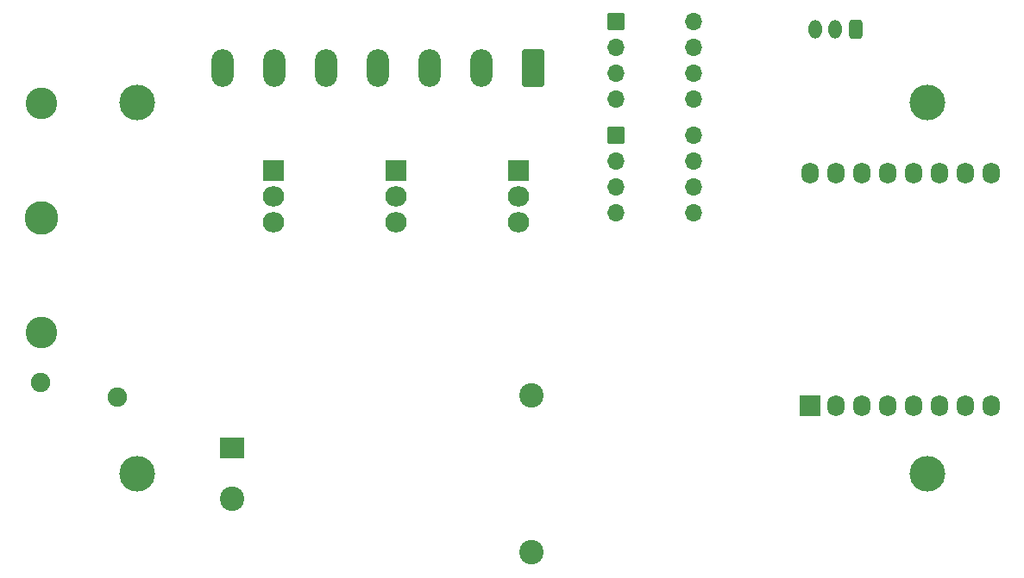
<source format=gbr>
%TF.GenerationSoftware,KiCad,Pcbnew,5.99.0-unknown-r23488-c1ecb425*%
%TF.CreationDate,2020-11-05T19:30:28+01:00*%
%TF.ProjectId,MadPresso,4d616450-7265-4737-936f-2e6b69636164,rev?*%
%TF.SameCoordinates,PXa8e54e0PY549d608*%
%TF.FileFunction,Soldermask,Bot*%
%TF.FilePolarity,Negative*%
%FSLAX46Y46*%
G04 Gerber Fmt 4.6, Leading zero omitted, Abs format (unit mm)*
G04 Created by KiCad (PCBNEW 5.99.0-unknown-r23488-c1ecb425) date 2020-11-05 19:30:28*
%MOMM*%
%LPD*%
G01*
G04 APERTURE LIST*
G04 Aperture macros list*
%AMRoundRect*
0 Rectangle with rounded corners*
0 $1 Rounding radius*
0 $2 $3 $4 $5 $6 $7 $8 $9 X,Y pos of 4 corners*
0 Add a 4 corners polygon primitive as box body*
4,1,4,$2,$3,$4,$5,$6,$7,$8,$9,$2,$3,0*
0 Add four circle primitives for the rounded corners*
1,1,$1+$1,$2,$3,0*
1,1,$1+$1,$4,$5,0*
1,1,$1+$1,$6,$7,0*
1,1,$1+$1,$8,$9,0*
0 Add four rect primitives between the rounded corners*
20,1,$1+$1,$2,$3,$4,$5,0*
20,1,$1+$1,$4,$5,$6,$7,0*
20,1,$1+$1,$6,$7,$8,$9,0*
20,1,$1+$1,$8,$9,$2,$3,0*%
G04 Aperture macros list end*
%ADD10O,1.300000X1.850000*%
%ADD11RoundRect,0.270833X0.379167X0.654167X-0.379167X0.654167X-0.379167X-0.654167X0.379167X-0.654167X0*%
%ADD12RoundRect,0.050000X1.000000X-1.000000X1.000000X1.000000X-1.000000X1.000000X-1.000000X-1.000000X0*%
%ADD13O,1.700000X2.100000*%
%ADD14RoundRect,0.050000X-1.000000X0.952500X-1.000000X-0.952500X1.000000X-0.952500X1.000000X0.952500X0*%
%ADD15O,2.100000X2.005000*%
%ADD16O,2.180000X3.700000*%
%ADD17RoundRect,0.262018X0.827982X1.587982X-0.827982X1.587982X-0.827982X-1.587982X0.827982X-1.587982X0*%
%ADD18C,1.900000*%
%ADD19RoundRect,0.050000X-1.150000X-1.000000X1.150000X-1.000000X1.150000X1.000000X-1.150000X1.000000X0*%
%ADD20C,2.400000*%
%ADD21C,3.500000*%
%ADD22RoundRect,0.050000X-0.800000X-0.800000X0.800000X-0.800000X0.800000X0.800000X-0.800000X0.800000X0*%
%ADD23O,1.700000X1.700000*%
%ADD24C,3.300000*%
%ADD25C,3.100000*%
G04 APERTURE END LIST*
D10*
%TO.C,J2*%
X-95350000Y85375000D03*
X-93350000Y85375000D03*
D11*
X-91350000Y85375000D03*
%TD*%
D12*
%TO.C,U2*%
X-95850000Y48375000D03*
D13*
X-93310000Y48375000D03*
X-90770000Y48375000D03*
X-88230000Y48375000D03*
X-85690000Y48375000D03*
X-83150000Y48375000D03*
X-80610000Y48375000D03*
X-78070000Y48375000D03*
X-78070000Y71235000D03*
X-80610000Y71235000D03*
X-83150000Y71235000D03*
X-85690000Y71235000D03*
X-88230000Y71235000D03*
X-90770000Y71235000D03*
X-93310000Y71235000D03*
X-95850000Y71235000D03*
%TD*%
D14*
%TO.C,Q8*%
X-148475000Y71480000D03*
D15*
X-148475000Y68940000D03*
X-148475000Y66400000D03*
%TD*%
D14*
%TO.C,Q6*%
X-136475000Y71480000D03*
D15*
X-136475000Y68940000D03*
X-136475000Y66400000D03*
%TD*%
D16*
%TO.C,J1*%
X-153530000Y81625000D03*
X-148450000Y81625000D03*
X-143370000Y81625000D03*
X-138290000Y81625000D03*
X-133210000Y81625000D03*
X-128130000Y81625000D03*
D17*
X-123050000Y81625000D03*
%TD*%
D18*
%TO.C,RV1*%
X-163850000Y49275000D03*
X-171350000Y50675000D03*
%TD*%
D14*
%TO.C,Q4*%
X-124475000Y71480000D03*
D15*
X-124475000Y68940000D03*
X-124475000Y66400000D03*
%TD*%
D19*
%TO.C,PS1*%
X-152600000Y44225000D03*
D20*
X-152600000Y39225000D03*
X-123200000Y49425000D03*
X-123200000Y34025000D03*
%TD*%
D21*
%TO.C,Case*%
X-161850000Y78225000D03*
X-84350000Y78225000D03*
X-84350000Y41725000D03*
X-161850000Y41725000D03*
%TD*%
D22*
%TO.C,U6*%
X-114900000Y86125000D03*
D23*
X-114900000Y83585000D03*
X-114900000Y81045000D03*
X-114900000Y78505000D03*
X-107280000Y78505000D03*
X-107280000Y81045000D03*
X-107280000Y83585000D03*
X-107280000Y86125000D03*
%TD*%
D24*
%TO.C,F1*%
X-171300000Y66875000D03*
D25*
X-171300000Y78125000D03*
X-171300000Y55625000D03*
%TD*%
D22*
%TO.C,U7*%
X-114900000Y74950000D03*
D23*
X-114900000Y72410000D03*
X-114900000Y69870000D03*
X-114900000Y67330000D03*
X-107280000Y67330000D03*
X-107280000Y69870000D03*
X-107280000Y72410000D03*
X-107280000Y74950000D03*
%TD*%
M02*

</source>
